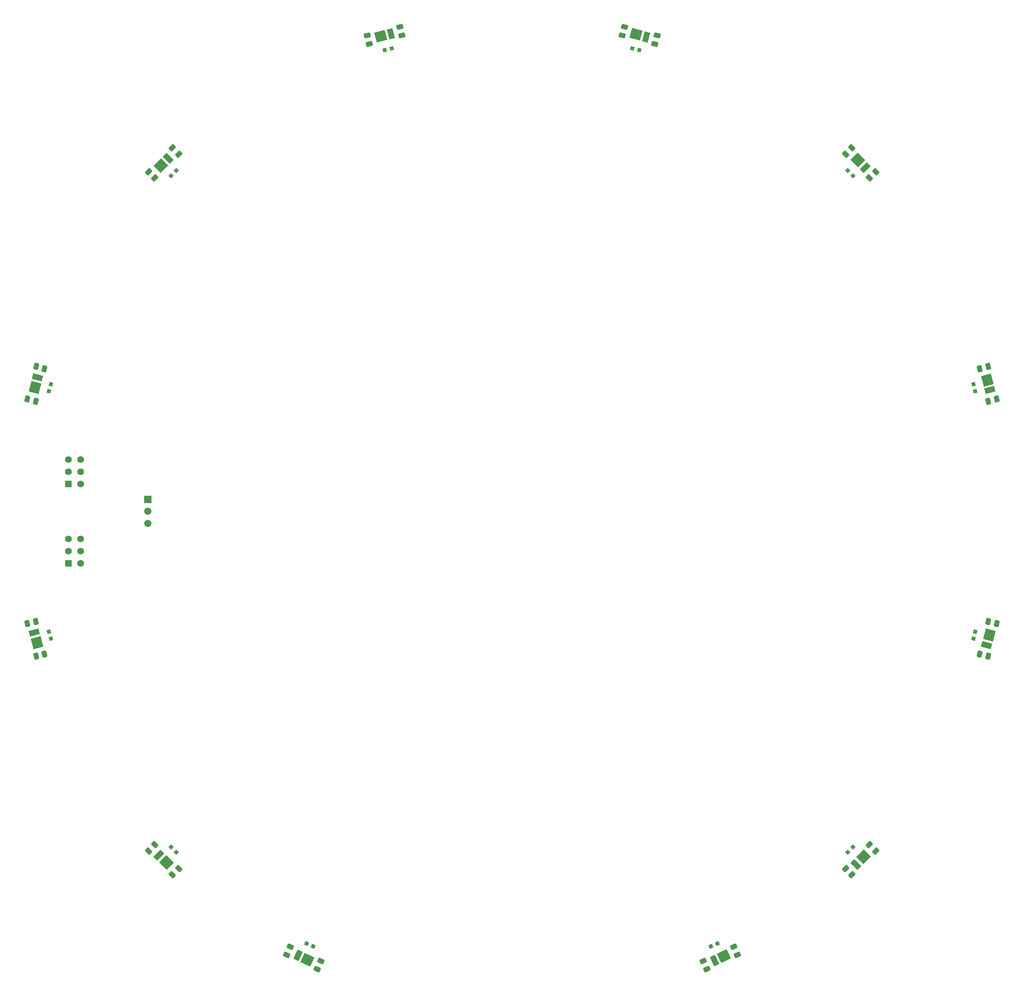
<source format=gbr>
%TF.GenerationSoftware,KiCad,Pcbnew,(6.0.9)*%
%TF.CreationDate,2023-07-09T09:41:20+10:00*%
%TF.ProjectId,Line 2.4,4c696e65-2032-42e3-942e-6b696361645f,rev?*%
%TF.SameCoordinates,Original*%
%TF.FileFunction,Soldermask,Bot*%
%TF.FilePolarity,Negative*%
%FSLAX46Y46*%
G04 Gerber Fmt 4.6, Leading zero omitted, Abs format (unit mm)*
G04 Created by KiCad (PCBNEW (6.0.9)) date 2023-07-09 09:41:20*
%MOMM*%
%LPD*%
G01*
G04 APERTURE LIST*
G04 Aperture macros list*
%AMRoundRect*
0 Rectangle with rounded corners*
0 $1 Rounding radius*
0 $2 $3 $4 $5 $6 $7 $8 $9 X,Y pos of 4 corners*
0 Add a 4 corners polygon primitive as box body*
4,1,4,$2,$3,$4,$5,$6,$7,$8,$9,$2,$3,0*
0 Add four circle primitives for the rounded corners*
1,1,$1+$1,$2,$3*
1,1,$1+$1,$4,$5*
1,1,$1+$1,$6,$7*
1,1,$1+$1,$8,$9*
0 Add four rect primitives between the rounded corners*
20,1,$1+$1,$2,$3,$4,$5,0*
20,1,$1+$1,$4,$5,$6,$7,0*
20,1,$1+$1,$6,$7,$8,$9,0*
20,1,$1+$1,$8,$9,$2,$3,0*%
%AMRotRect*
0 Rectangle, with rotation*
0 The origin of the aperture is its center*
0 $1 length*
0 $2 width*
0 $3 Rotation angle, in degrees counterclockwise*
0 Add horizontal line*
21,1,$1,$2,0,0,$3*%
G04 Aperture macros list end*
%ADD10R,1.398000X1.398000*%
%ADD11C,1.398000*%
%ADD12R,1.508000X1.508000*%
%ADD13C,1.508000*%
%ADD14RoundRect,0.250000X0.370024X0.366727X-0.137087X0.502607X-0.370024X-0.366727X0.137087X-0.502607X0*%
%ADD15RoundRect,0.250000X-0.370024X-0.366727X0.137087X-0.502607X0.370024X0.366727X-0.137087X0.502607X0*%
%ADD16RoundRect,0.250000X-0.366727X0.370024X-0.502607X-0.137087X0.366727X-0.370024X0.502607X0.137087X0*%
%ADD17RoundRect,0.250000X0.503814X0.132583X0.132583X0.503814X-0.503814X-0.132583X-0.132583X-0.503814X0*%
%ADD18RotRect,0.800000X0.800000X135.000000*%
%ADD19RoundRect,0.250000X-0.137087X-0.502607X0.370024X-0.366727X0.137087X0.502607X-0.370024X0.366727X0*%
%ADD20RoundRect,0.250000X0.518776X-0.047728X0.296901X0.428084X-0.518776X0.047728X-0.296901X-0.428084X0*%
%ADD21RoundRect,0.250000X-0.296901X0.428084X-0.518776X-0.047728X0.296901X-0.428084X0.518776X0.047728X0*%
%ADD22RotRect,0.800000X0.800000X195.000000*%
%ADD23RotRect,2.257400X2.108200X15.000000*%
%ADD24RotRect,1.190600X2.108200X15.000000*%
%ADD25RoundRect,0.250000X-0.503814X-0.132583X-0.132583X-0.503814X0.503814X0.132583X0.132583X0.503814X0*%
%ADD26RoundRect,0.250000X0.296901X-0.428084X0.518776X0.047728X-0.296901X0.428084X-0.518776X-0.047728X0*%
%ADD27RoundRect,0.250000X0.132583X-0.503814X0.503814X-0.132583X-0.132583X0.503814X-0.503814X0.132583X0*%
%ADD28RotRect,2.257400X2.108200X285.000000*%
%ADD29RotRect,1.190600X2.108200X285.000000*%
%ADD30RoundRect,0.250000X-0.518776X0.047728X-0.296901X-0.428084X0.518776X-0.047728X0.296901X0.428084X0*%
%ADD31RotRect,2.257400X2.108200X45.000000*%
%ADD32RotRect,1.190600X2.108200X45.000000*%
%ADD33RoundRect,0.250000X0.366727X-0.370024X0.502607X0.137087X-0.366727X0.370024X-0.502607X-0.137087X0*%
%ADD34RoundRect,0.250000X0.137087X0.502607X-0.370024X0.366727X-0.137087X-0.502607X0.370024X-0.366727X0*%
%ADD35RotRect,0.800000X0.800000X285.000000*%
%ADD36RoundRect,0.250000X0.502607X-0.137087X0.366727X0.370024X-0.502607X0.137087X-0.366727X-0.370024X0*%
%ADD37RotRect,2.257400X2.108200X205.000000*%
%ADD38RotRect,1.190600X2.108200X205.000000*%
%ADD39RotRect,0.800000X0.800000X105.000000*%
%ADD40RoundRect,0.250000X-0.132583X0.503814X-0.503814X0.132583X0.132583X-0.503814X0.503814X-0.132583X0*%
%ADD41RotRect,2.257400X2.108200X345.000000*%
%ADD42RotRect,1.190600X2.108200X345.000000*%
%ADD43RotRect,0.800000X0.800000X315.000000*%
%ADD44RoundRect,0.250000X-0.502607X0.137087X-0.366727X-0.370024X0.502607X-0.137087X0.366727X0.370024X0*%
%ADD45RotRect,0.800000X0.800000X165.000000*%
%ADD46RotRect,0.800000X0.800000X225.000000*%
%ADD47RotRect,2.257400X2.108200X105.000000*%
%ADD48RotRect,1.190600X2.108200X105.000000*%
%ADD49RotRect,0.800000X0.800000X255.000000*%
%ADD50RotRect,2.257400X2.108200X155.000000*%
%ADD51RotRect,1.190600X2.108200X155.000000*%
%ADD52RotRect,2.257400X2.108200X255.000000*%
%ADD53RotRect,1.190600X2.108200X255.000000*%
%ADD54RotRect,0.800000X0.800000X75.000000*%
%ADD55RotRect,0.800000X0.800000X45.000000*%
%ADD56RotRect,2.257400X2.108200X225.000000*%
%ADD57RotRect,1.190600X2.108200X225.000000*%
%ADD58RotRect,2.257400X2.108200X75.000000*%
%ADD59RotRect,1.190600X2.108200X75.000000*%
%ADD60RotRect,2.257400X2.108200X135.000000*%
%ADD61RotRect,1.190600X2.108200X135.000000*%
%ADD62RotRect,2.257400X2.108200X315.000000*%
%ADD63RotRect,1.190600X2.108200X315.000000*%
%ADD64RotRect,0.800000X0.800000X335.000000*%
%ADD65RotRect,0.800000X0.800000X25.000000*%
G04 APERTURE END LIST*
D10*
%TO.C,J2*%
X161230000Y-152290000D03*
D11*
X161230000Y-149750000D03*
X161230000Y-147210000D03*
X163770000Y-152290000D03*
X163770000Y-149750000D03*
X163770000Y-147210000D03*
%TD*%
D12*
%TO.C,J3*%
X177750000Y-139000000D03*
D13*
X177750000Y-141500000D03*
X177750000Y-144000000D03*
%TD*%
D10*
%TO.C,J1*%
X161230000Y-135790000D03*
D11*
X161230000Y-133250000D03*
X161230000Y-130710000D03*
X163770000Y-135790000D03*
X163770000Y-133250000D03*
X163770000Y-130710000D03*
%TD*%
D14*
%TO.C,R7*%
X156282969Y-111824694D03*
X154520155Y-111352350D03*
%TD*%
D15*
%TO.C,R19*%
X350717031Y-171175306D03*
X352479845Y-171647650D03*
%TD*%
D16*
%TO.C,R14*%
X276884383Y-40705329D03*
X276412039Y-42468143D03*
%TD*%
D17*
%TO.C,R22*%
X329098554Y-212148806D03*
X327808084Y-210858336D03*
%TD*%
D18*
%TO.C,A8*%
X324387455Y-71673205D03*
X323326795Y-70612545D03*
%TD*%
D19*
%TO.C,R6*%
X154517063Y-171645865D03*
X156279877Y-171173521D03*
%TD*%
D20*
%TO.C,R24*%
X300376088Y-233744390D03*
X299604810Y-232090378D03*
%TD*%
D21*
%TO.C,R1*%
X207393968Y-232087022D03*
X206622690Y-233741034D03*
%TD*%
D22*
%TO.C,A6*%
X228471949Y-45196266D03*
X227023061Y-45584494D03*
%TD*%
D23*
%TO.C,LED6*%
X226175222Y-42705844D03*
D24*
X228282099Y-42141308D03*
%TD*%
D25*
%TO.C,R21*%
X322854765Y-215808084D03*
X324145235Y-217098554D03*
%TD*%
D26*
%TO.C,R2*%
X212968067Y-236702718D03*
X213739345Y-235048706D03*
%TD*%
D27*
%TO.C,R15*%
X327808084Y-72145235D03*
X329098554Y-70854765D03*
%TD*%
D28*
%TO.C,LED9*%
X352294156Y-114175222D03*
D29*
X352858692Y-116282099D03*
%TD*%
D30*
%TO.C,R23*%
X293257300Y-235047485D03*
X294028578Y-236701497D03*
%TD*%
D31*
%TO.C,LED5*%
X180438970Y-69604140D03*
D32*
X181981311Y-68061799D03*
%TD*%
D33*
%TO.C,R13*%
X283175306Y-44282969D03*
X283647650Y-42520155D03*
%TD*%
D34*
%TO.C,R5*%
X154469929Y-164408947D03*
X152707115Y-164881291D03*
%TD*%
D35*
%TO.C,A3*%
X157196266Y-166528051D03*
X157584494Y-167976939D03*
%TD*%
D36*
%TO.C,R11*%
X230591053Y-42469929D03*
X230118709Y-40707115D03*
%TD*%
D15*
%TO.C,R8*%
X152705329Y-118115617D03*
X154468143Y-118587961D03*
%TD*%
D37*
%TO.C,LED12*%
X297565079Y-234048353D03*
D38*
X295588240Y-234970168D03*
%TD*%
D39*
%TO.C,A9*%
X349803734Y-116471949D03*
X349415506Y-115023061D03*
%TD*%
D40*
%TO.C,R3*%
X179191916Y-210854765D03*
X177901446Y-212145235D03*
%TD*%
D41*
%TO.C,LED7*%
X279233126Y-42279362D03*
D42*
X281340003Y-42843898D03*
%TD*%
D43*
%TO.C,A2*%
X182612545Y-211326795D03*
X183673205Y-212387455D03*
%TD*%
D44*
%TO.C,R12*%
X223354135Y-42517063D03*
X223826479Y-44279877D03*
%TD*%
D45*
%TO.C,A7*%
X279976939Y-45584494D03*
X278528051Y-45196266D03*
%TD*%
D46*
%TO.C,A5*%
X183673205Y-70612545D03*
X182612545Y-71673205D03*
%TD*%
D14*
%TO.C,R20*%
X354294671Y-164884383D03*
X352531857Y-164412039D03*
%TD*%
D27*
%TO.C,R4*%
X182851194Y-217098554D03*
X184141664Y-215808084D03*
%TD*%
D17*
%TO.C,R9*%
X184145235Y-67191916D03*
X182854765Y-65901446D03*
%TD*%
D47*
%TO.C,LED3*%
X154705844Y-168824778D03*
D48*
X154141308Y-166717901D03*
%TD*%
D19*
%TO.C,R17*%
X352530071Y-118591053D03*
X354292885Y-118118709D03*
%TD*%
D49*
%TO.C,A4*%
X157584494Y-115023061D03*
X157196266Y-116471949D03*
%TD*%
D25*
%TO.C,R10*%
X177901446Y-70851194D03*
X179191916Y-72141664D03*
%TD*%
D50*
%TO.C,LED1*%
X210928335Y-234744743D03*
D51*
X208951496Y-233822928D03*
%TD*%
D52*
%TO.C,LED10*%
X352720638Y-167233126D03*
D53*
X352156102Y-169340003D03*
%TD*%
D54*
%TO.C,A10*%
X349415506Y-167976939D03*
X349803734Y-166528051D03*
%TD*%
D55*
%TO.C,A11*%
X323326795Y-212387455D03*
X324387455Y-211326795D03*
%TD*%
D34*
%TO.C,R18*%
X352482937Y-111354135D03*
X350720123Y-111826479D03*
%TD*%
D56*
%TO.C,LED11*%
X326561030Y-213395860D03*
D57*
X325018689Y-214938201D03*
%TD*%
D58*
%TO.C,LED4*%
X154279362Y-115766874D03*
D59*
X154843898Y-113659997D03*
%TD*%
D60*
%TO.C,LED2*%
X181604140Y-214561030D03*
D61*
X180061799Y-213018689D03*
%TD*%
D40*
%TO.C,R16*%
X324148806Y-65901446D03*
X322858336Y-67191916D03*
%TD*%
D62*
%TO.C,LED8*%
X325395860Y-68438970D03*
D63*
X326938201Y-69981311D03*
%TD*%
D64*
%TO.C,A1*%
X210769752Y-231360661D03*
X212129214Y-231994589D03*
%TD*%
D65*
%TO.C,A12*%
X294870786Y-231994589D03*
X296230248Y-231360661D03*
%TD*%
M02*

</source>
